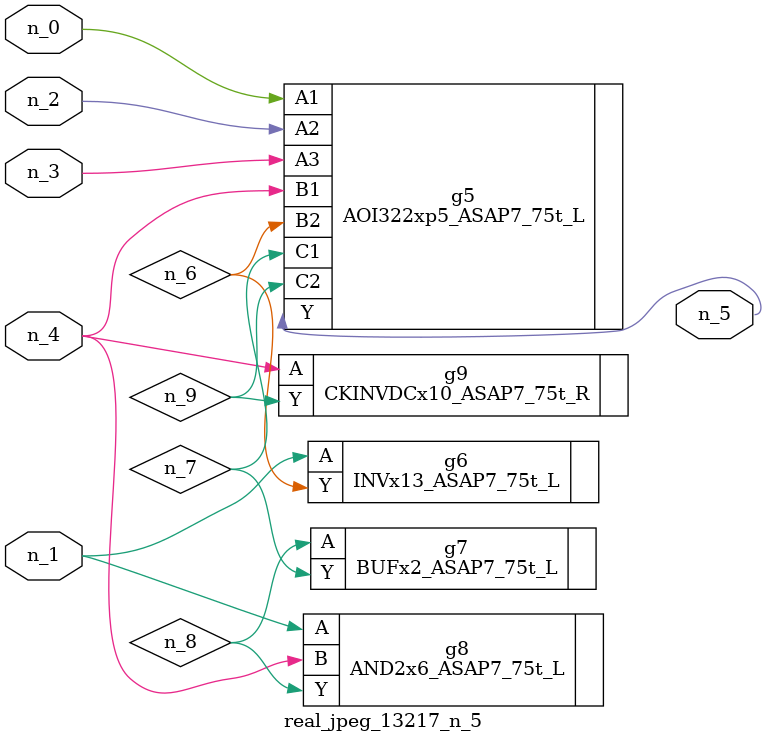
<source format=v>
module real_jpeg_13217_n_5 (n_4, n_0, n_1, n_2, n_3, n_5);

input n_4;
input n_0;
input n_1;
input n_2;
input n_3;

output n_5;

wire n_8;
wire n_6;
wire n_7;
wire n_9;

AOI322xp5_ASAP7_75t_L g5 ( 
.A1(n_0),
.A2(n_2),
.A3(n_3),
.B1(n_4),
.B2(n_6),
.C1(n_7),
.C2(n_9),
.Y(n_5)
);

INVx13_ASAP7_75t_L g6 ( 
.A(n_1),
.Y(n_6)
);

AND2x6_ASAP7_75t_L g8 ( 
.A(n_1),
.B(n_4),
.Y(n_8)
);

CKINVDCx10_ASAP7_75t_R g9 ( 
.A(n_4),
.Y(n_9)
);

BUFx2_ASAP7_75t_L g7 ( 
.A(n_8),
.Y(n_7)
);


endmodule
</source>
